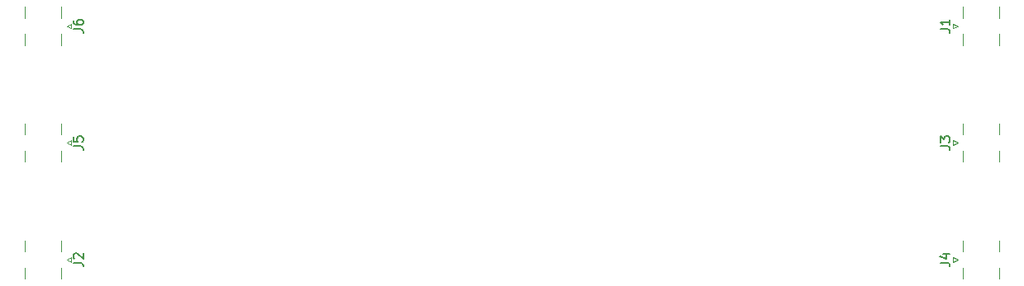
<source format=gto>
G04 #@! TF.GenerationSoftware,KiCad,Pcbnew,5.1.6-c6e7f7d~86~ubuntu18.04.1*
G04 #@! TF.CreationDate,2020-07-08T22:14:40-04:00*
G04 #@! TF.ProjectId,microstrip_tests,6d696372-6f73-4747-9269-705f74657374,rev?*
G04 #@! TF.SameCoordinates,Original*
G04 #@! TF.FileFunction,Legend,Top*
G04 #@! TF.FilePolarity,Positive*
%FSLAX46Y46*%
G04 Gerber Fmt 4.6, Leading zero omitted, Abs format (unit mm)*
G04 Created by KiCad (PCBNEW 5.1.6-c6e7f7d~86~ubuntu18.04.1) date 2020-07-08 22:14:40*
%MOMM*%
%LPD*%
G01*
G04 APERTURE LIST*
%ADD10C,0.120000*%
%ADD11C,0.150000*%
G04 APERTURE END LIST*
D10*
G04 #@! TO.C,J5*
X94860000Y-99987000D02*
X94360000Y-100237000D01*
X94860000Y-100487000D02*
X94860000Y-99987000D01*
X94360000Y-100237000D02*
X94860000Y-100487000D01*
X90100000Y-98287000D02*
X90100000Y-99397000D01*
X90100000Y-101077000D02*
X90100000Y-102187000D01*
X93810000Y-98287000D02*
X93810000Y-99397000D01*
X93810000Y-101077000D02*
X93810000Y-102187000D01*
G04 #@! TO.C,J1*
X185140000Y-88487000D02*
X185640000Y-88237000D01*
X185140000Y-87987000D02*
X185140000Y-88487000D01*
X185640000Y-88237000D02*
X185140000Y-87987000D01*
X189900000Y-90187000D02*
X189900000Y-89077000D01*
X189900000Y-87397000D02*
X189900000Y-86287000D01*
X186190000Y-90187000D02*
X186190000Y-89077000D01*
X186190000Y-87397000D02*
X186190000Y-86287000D01*
G04 #@! TO.C,J2*
X93810000Y-113076000D02*
X93810000Y-114186000D01*
X93810000Y-110286000D02*
X93810000Y-111396000D01*
X90100000Y-113076000D02*
X90100000Y-114186000D01*
X90100000Y-110286000D02*
X90100000Y-111396000D01*
X94360000Y-112236000D02*
X94860000Y-112486000D01*
X94860000Y-112486000D02*
X94860000Y-111986000D01*
X94860000Y-111986000D02*
X94360000Y-112236000D01*
G04 #@! TO.C,J3*
X186190000Y-99397000D02*
X186190000Y-98287000D01*
X186190000Y-102187000D02*
X186190000Y-101077000D01*
X189900000Y-99397000D02*
X189900000Y-98287000D01*
X189900000Y-102187000D02*
X189900000Y-101077000D01*
X185640000Y-100237000D02*
X185140000Y-99987000D01*
X185140000Y-99987000D02*
X185140000Y-100487000D01*
X185140000Y-100487000D02*
X185640000Y-100237000D01*
G04 #@! TO.C,J4*
X185140000Y-112486000D02*
X185640000Y-112236000D01*
X185140000Y-111986000D02*
X185140000Y-112486000D01*
X185640000Y-112236000D02*
X185140000Y-111986000D01*
X189900000Y-114186000D02*
X189900000Y-113076000D01*
X189900000Y-111396000D02*
X189900000Y-110286000D01*
X186190000Y-114186000D02*
X186190000Y-113076000D01*
X186190000Y-111396000D02*
X186190000Y-110286000D01*
G04 #@! TO.C,J6*
X93810000Y-89077000D02*
X93810000Y-90187000D01*
X93810000Y-86287000D02*
X93810000Y-87397000D01*
X90100000Y-89077000D02*
X90100000Y-90187000D01*
X90100000Y-86287000D02*
X90100000Y-87397000D01*
X94360000Y-88237000D02*
X94860000Y-88487000D01*
X94860000Y-88487000D02*
X94860000Y-87987000D01*
X94860000Y-87987000D02*
X94360000Y-88237000D01*
G04 #@! TO.C,J5*
D11*
X95052380Y-100570333D02*
X95766666Y-100570333D01*
X95909523Y-100617952D01*
X96004761Y-100713190D01*
X96052380Y-100856047D01*
X96052380Y-100951285D01*
X95052380Y-99617952D02*
X95052380Y-100094142D01*
X95528571Y-100141761D01*
X95480952Y-100094142D01*
X95433333Y-99998904D01*
X95433333Y-99760809D01*
X95480952Y-99665571D01*
X95528571Y-99617952D01*
X95623809Y-99570333D01*
X95861904Y-99570333D01*
X95957142Y-99617952D01*
X96004761Y-99665571D01*
X96052380Y-99760809D01*
X96052380Y-99998904D01*
X96004761Y-100094142D01*
X95957142Y-100141761D01*
G04 #@! TO.C,J1*
X183852380Y-88570333D02*
X184566666Y-88570333D01*
X184709523Y-88617952D01*
X184804761Y-88713190D01*
X184852380Y-88856047D01*
X184852380Y-88951285D01*
X184852380Y-87570333D02*
X184852380Y-88141761D01*
X184852380Y-87856047D02*
X183852380Y-87856047D01*
X183995238Y-87951285D01*
X184090476Y-88046523D01*
X184138095Y-88141761D01*
G04 #@! TO.C,J2*
X95052380Y-112569333D02*
X95766666Y-112569333D01*
X95909523Y-112616952D01*
X96004761Y-112712190D01*
X96052380Y-112855047D01*
X96052380Y-112950285D01*
X95147619Y-112140761D02*
X95100000Y-112093142D01*
X95052380Y-111997904D01*
X95052380Y-111759809D01*
X95100000Y-111664571D01*
X95147619Y-111616952D01*
X95242857Y-111569333D01*
X95338095Y-111569333D01*
X95480952Y-111616952D01*
X96052380Y-112188380D01*
X96052380Y-111569333D01*
G04 #@! TO.C,J3*
X183852380Y-100570333D02*
X184566666Y-100570333D01*
X184709523Y-100617952D01*
X184804761Y-100713190D01*
X184852380Y-100856047D01*
X184852380Y-100951285D01*
X183852380Y-100189380D02*
X183852380Y-99570333D01*
X184233333Y-99903666D01*
X184233333Y-99760809D01*
X184280952Y-99665571D01*
X184328571Y-99617952D01*
X184423809Y-99570333D01*
X184661904Y-99570333D01*
X184757142Y-99617952D01*
X184804761Y-99665571D01*
X184852380Y-99760809D01*
X184852380Y-100046523D01*
X184804761Y-100141761D01*
X184757142Y-100189380D01*
G04 #@! TO.C,J4*
X183852380Y-112569333D02*
X184566666Y-112569333D01*
X184709523Y-112616952D01*
X184804761Y-112712190D01*
X184852380Y-112855047D01*
X184852380Y-112950285D01*
X184185714Y-111664571D02*
X184852380Y-111664571D01*
X183804761Y-111902666D02*
X184519047Y-112140761D01*
X184519047Y-111521714D01*
G04 #@! TO.C,J6*
X95052380Y-88570333D02*
X95766666Y-88570333D01*
X95909523Y-88617952D01*
X96004761Y-88713190D01*
X96052380Y-88856047D01*
X96052380Y-88951285D01*
X95052380Y-87665571D02*
X95052380Y-87856047D01*
X95100000Y-87951285D01*
X95147619Y-87998904D01*
X95290476Y-88094142D01*
X95480952Y-88141761D01*
X95861904Y-88141761D01*
X95957142Y-88094142D01*
X96004761Y-88046523D01*
X96052380Y-87951285D01*
X96052380Y-87760809D01*
X96004761Y-87665571D01*
X95957142Y-87617952D01*
X95861904Y-87570333D01*
X95623809Y-87570333D01*
X95528571Y-87617952D01*
X95480952Y-87665571D01*
X95433333Y-87760809D01*
X95433333Y-87951285D01*
X95480952Y-88046523D01*
X95528571Y-88094142D01*
X95623809Y-88141761D01*
G04 #@! TD*
M02*

</source>
